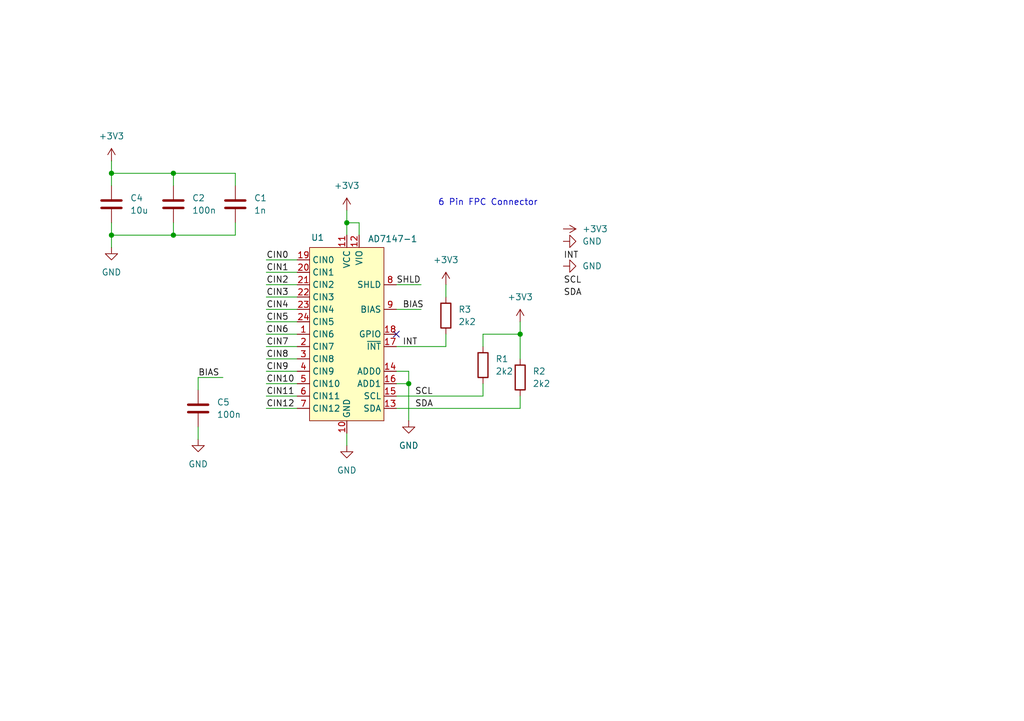
<source format=kicad_sch>
(kicad_sch (version 20231120) (generator "eeschema") (generator_version "8.0")
  (paper "A5")
  (lib_symbols
    (symbol "Device:C" (pin_numbers hide) (pin_names (offset 0.254))
      (property "Reference" "C" (at 0.635 2.54 0))
      (property "Value" "C" (at 0.635 -2.54 0))
      (symbol "C_0_1"
        (polyline (pts (xy -2.032 -0.762) (xy 2.032 -0.762)) (stroke (width 0.508)))
        (polyline (pts (xy -2.032 0.762) (xy 2.032 0.762)) (stroke (width 0.508)))
      )
      (symbol "C_1_1"
        (pin passive line (at 0 3.81 270) (length 2.794) (name "~") (number "1"))
        (pin passive line (at 0 -3.81 90) (length 2.794) (name "~") (number "2"))
      )
    )
    (symbol "Device:R" (pin_numbers hide) (pin_names (offset 0))
      (property "Reference" "R" (at 2.032 0 90))
      (property "Value" "R" (at 0 0 90))
      (symbol "R_0_1"
        (rectangle (start -1.016 -2.54) (end 1.016 2.54) (stroke (width 0.254)))
      )
      (symbol "R_1_1"
        (pin passive line (at 0 3.81 270) (length 1.27) (name "~") (number "1"))
        (pin passive line (at 0 -3.81 90) (length 1.27) (name "~") (number "2"))
      )
    )
    (symbol "User_Symbols:AD7147-1"
      (property "Reference" "U" (at -1.27 1.27 0))
      (property "Value" "AD7147-1" (at 22.86 1.27 0))
      (symbol "AD7147-1_1_1"
        (rectangle (start 0 0) (end 15.24 -35.56) (fill (type background)))
        (pin input line (at -2.54 -17.78 0) (length 2.54) (name "CIN6") (number "1"))
        (pin power_in line (at 7.62 -38.1 90) (length 2.54) (name "GND") (number "10"))
        (pin passive line (at 7.62 2.54 270) (length 2.54) (name "VCC") (number "11"))
        (pin passive line (at 10.16 2.54 270) (length 2.54) (name "VIO") (number "12"))
        (pin passive line (at 17.78 -33.02 180) (length 2.54) (name "SDA") (number "13"))
        (pin passive line (at 17.78 -25.4 180) (length 2.54) (name "ADD0") (number "14"))
        (pin passive line (at 17.78 -30.48 180) (length 2.54) (name "SCL") (number "15"))
        (pin passive line (at 17.78 -27.94 180) (length 2.54) (name "ADD1") (number "16"))
        (pin passive line (at 17.78 -20.32 180) (length 2.54) (name "~{INT}") (number "17"))
        (pin passive line (at 17.78 -17.78 180) (length 2.54) (name "GPIO") (number "18"))
        (pin input line (at -2.54 -2.54 0) (length 2.54) (name "CIN0") (number "19"))
        (pin input line (at -2.54 -20.32 0) (length 2.54) (name "CIN7") (number "2"))
        (pin input line (at -2.54 -5.08 0) (length 2.54) (name "CIN1") (number "20"))
        (pin input line (at -2.54 -7.62 0) (length 2.54) (name "CIN2") (number "21"))
        (pin input line (at -2.54 -10.16 0) (length 2.54) (name "CIN3") (number "22"))
        (pin input line (at -2.54 -12.7 0) (length 2.54) (name "CIN4") (number "23"))
        (pin input line (at -2.54 -15.24 0) (length 2.54) (name "CIN5") (number "24"))
        (pin input line (at -2.54 -22.86 0) (length 2.54) (name "CIN8") (number "3"))
        (pin input line (at -2.54 -25.4 0) (length 2.54) (name "CIN9") (number "4"))
        (pin input line (at -2.54 -27.94 0) (length 2.54) (name "CIN10") (number "5"))
        (pin input line (at -2.54 -30.48 0) (length 2.54) (name "CIN11") (number "6"))
        (pin input line (at -2.54 -33.02 0) (length 2.54) (name "CIN12") (number "7"))
        (pin passive line (at 17.78 -7.62 180) (length 2.54) (name "SHLD") (number "8"))
        (pin input line (at 17.78 -12.7 180) (length 2.54) (name "BIAS") (number "9"))
      )
    )
    (symbol "power:+3V3" (power) (pin_numbers hide) (pin_names (offset 0) hide)
      (property "Value" "+3V3" (at 0 3.556 0))
      (symbol "+3V3_0_1"
        (polyline (pts (xy -0.762 1.27) (xy 0 2.54)))
        (polyline (pts (xy 0 0) (xy 0 2.54)))
        (polyline (pts (xy 0 2.54) (xy 0.762 1.27)))
      )
      (symbol "+3V3_1_1"
        (pin power_in line (at 0 0 90) (length 0) (name "~") (number "1"))
      )
    )
    (symbol "power:GND" (power) (pin_numbers hide) (pin_names (offset 0) hide)
      (property "Value" "GND" (at 0 -3.81 0))
      (symbol "GND_0_1"
        (polyline (pts (xy 0 0) (xy 0 -1.27) (xy 1.27 -1.27) (xy 0 -2.54) (xy -1.27 -1.27) (xy 0 -1.27)))
      )
      (symbol "GND_1_1"
        (pin power_in line (at 0 0 270) (length 0) (name "~") (number "1"))
      )
    )
  )
  (junction (at 71.12 45.72))
  (junction (at 106.68 68.58))
  (junction (at 35.56 48.26))
  (junction (at 22.86 35.56))
  (junction (at 83.82 78.74))
  (junction (at 35.56 35.56))
  (junction (at 22.86 48.26))
  (no_connect (at 81.28 68.58))
  (wire (pts (xy 106.68 68.58) (xy 106.68 73.66)))
  (wire (pts (xy 71.12 88.9) (xy 71.12 91.44)))
  (wire (pts (xy 71.12 45.72) (xy 71.12 48.26)))
  (wire (pts (xy 54.61 55.88) (xy 60.96 55.88)))
  (wire (pts (xy 81.28 78.74) (xy 83.82 78.74)))
  (wire (pts (xy 22.86 48.26) (xy 22.86 50.8)))
  (wire (pts (xy 54.61 73.66) (xy 60.96 73.66)))
  (wire (pts (xy 81.28 81.28) (xy 99.06 81.28)))
  (wire (pts (xy 73.66 45.72) (xy 73.66 48.26)))
  (wire (pts (xy 106.68 66.04) (xy 106.68 68.58)))
  (wire (pts (xy 48.26 48.26) (xy 48.26 45.72)))
  (wire (pts (xy 81.28 58.42) (xy 86.36 58.42)))
  (wire (pts (xy 40.64 77.47) (xy 45.72 77.47)))
  (wire (pts (xy 81.28 63.5) (xy 86.36 63.5)))
  (wire (pts (xy 83.82 78.74) (xy 83.82 76.2)))
  (wire (pts (xy 54.61 60.96) (xy 60.96 60.96)))
  (wire (pts (xy 35.56 45.72) (xy 35.56 48.26)))
  (wire (pts (xy 40.64 80.01) (xy 40.64 77.47)))
  (wire (pts (xy 54.61 71.12) (xy 60.96 71.12)))
  (wire (pts (xy 91.44 68.58) (xy 91.44 71.12)))
  (wire (pts (xy 40.64 87.63) (xy 40.64 90.17)))
  (wire (pts (xy 22.86 48.26) (xy 35.56 48.26)))
  (wire (pts (xy 54.61 83.82) (xy 60.96 83.82)))
  (wire (pts (xy 106.68 81.28) (xy 106.68 83.82)))
  (wire (pts (xy 54.61 63.5) (xy 60.96 63.5)))
  (wire (pts (xy 54.61 58.42) (xy 60.96 58.42)))
  (wire (pts (xy 22.86 33.02) (xy 22.86 35.56)))
  (wire (pts (xy 83.82 78.74) (xy 83.82 86.36)))
  (wire (pts (xy 71.12 45.72) (xy 73.66 45.72)))
  (wire (pts (xy 81.28 76.2) (xy 83.82 76.2)))
  (wire (pts (xy 54.61 76.2) (xy 60.96 76.2)))
  (wire (pts (xy 99.06 78.74) (xy 99.06 81.28)))
  (wire (pts (xy 22.86 45.72) (xy 22.86 48.26)))
  (wire (pts (xy 54.61 53.34) (xy 60.96 53.34)))
  (wire (pts (xy 48.26 35.56) (xy 48.26 38.1)))
  (wire (pts (xy 22.86 35.56) (xy 35.56 35.56)))
  (wire (pts (xy 54.61 81.28) (xy 60.96 81.28)))
  (wire (pts (xy 91.44 58.42) (xy 91.44 60.96)))
  (wire (pts (xy 35.56 35.56) (xy 48.26 35.56)))
  (wire (pts (xy 54.61 66.04) (xy 60.96 66.04)))
  (wire (pts (xy 35.56 35.56) (xy 35.56 38.1)))
  (wire (pts (xy 54.61 78.74) (xy 60.96 78.74)))
  (wire (pts (xy 71.12 43.18) (xy 71.12 45.72)))
  (wire (pts (xy 81.28 71.12) (xy 91.44 71.12)))
  (wire (pts (xy 54.61 68.58) (xy 60.96 68.58)))
  (wire (pts (xy 22.86 38.1) (xy 22.86 35.56)))
  (wire (pts (xy 35.56 48.26) (xy 48.26 48.26)))
  (wire (pts (xy 99.06 68.58) (xy 106.68 68.58)))
  (wire (pts (xy 81.28 83.82) (xy 106.68 83.82)))
  (wire (pts (xy 99.06 71.12) (xy 99.06 68.58)))
  (text "6 Pin FPC Connector" (at 100.076 41.656 0) (effects (font (size 1.27 1.27))))
  (label "SCL" (at 115.57 58.42 0))
  (label "CIN7" (at 54.61 71.12 0))
  (label "CIN9" (at 54.61 76.2 0))
  (label "SDA" (at 85.09 83.82 0))
  (label "CIN6" (at 54.61 68.58 0))
  (label "CIN5" (at 54.61 66.04 0))
  (label "BIAS" (at 82.55 63.5 0))
  (label "CIN3" (at 54.61 60.96 0))
  (label "CIN0" (at 54.61 53.34 0))
  (label "INT" (at 115.57 53.34 0))
  (label "SHLD" (at 81.28 58.42 0))
  (label "CIN11" (at 54.61 81.28 0))
  (label "SDA" (at 115.57 60.96 0))
  (label "CIN10" (at 54.61 78.74 0))
  (label "CIN2" (at 54.61 58.42 0))
  (label "CIN8" (at 54.61 73.66 0))
  (label "CIN4" (at 54.61 63.5 0))
  (label "CIN1" (at 54.61 55.88 0))
  (label "SCL" (at 85.09 81.28 0))
  (label "INT" (at 82.55 71.12 0))
  (label "BIAS" (at 40.64 77.47 0))
  (label "CIN12" (at 54.61 83.82 0))
  (symbol (lib_id "power:+3V3") (at 22.86 33.02 0) (unit 1)
    (property "Reference" "#PWR05" (effects (hide yes)))
    (property "Value" "+3V3" (at 22.86 27.94 0))
    (property "Description" "Power symbol creates a global label with name \"+3V3\"" (effects (hide yes)))
  )
  (symbol (lib_id "power:GND") (at 83.82 86.36 0) (unit 1)
    (property "Reference" "#PWR06" (effects (hide yes)))
    (property "Value" "GND" (at 83.82 91.44 0))
    (property "Description" "Power symbol creates a global label with name \"GND\" , ground" (effects (hide yes)))
  )
  (symbol (lib_id "Device:R") (at 91.44 64.77 0) (unit 1)
    (property "Reference" "R3" (at 93.98 63.4999 0) (effects (justify left)))
    (property "Value" "2k2" (at 93.98 66.0399 0) (effects (justify left)))
    (property "Footprint" "Resistor_SMD:R_0402_1005Metric" (effects (hide yes)))
    (property "Description" "Resistor" (effects (hide yes)))
    (property "LCSC" "C25879" (effects (hide yes)))
  )
  (symbol (lib_id "power:GND") (at 115.57 49.53 90) (unit 1)
    (property "Reference" "#PWR08" (effects (hide yes)))
    (property "Value" "GND" (at 119.38 49.5299 90) (effects (justify right)))
    (property "Description" "Power symbol creates a global label with name \"GND\" , ground" (effects (hide yes)))
  )
  (symbol (lib_id "Device:C") (at 35.56 41.91 0) (unit 1)
    (property "Reference" "C2" (at 39.37 40.6399 0) (effects (justify left)))
    (property "Value" "100n" (at 39.37 43.1799 0) (effects (justify left)))
    (property "Footprint" "Capacitor_SMD:C_0402_1005Metric" (effects (hide yes)))
    (property "Description" "Unpolarized capacitor" (effects (hide yes)))
    (property "LCSC" "C1525" (effects (hide yes)))
  )
  (symbol (lib_id "Device:C") (at 40.64 83.82 0) (unit 1)
    (property "Reference" "C5" (at 44.45 82.5499 0) (effects (justify left)))
    (property "Value" "100n" (at 44.45 85.0899 0) (effects (justify left)))
    (property "Footprint" "Capacitor_SMD:C_0402_1005Metric" (effects (hide yes)))
    (property "Description" "Unpolarized capacitor" (effects (hide yes)))
    (property "LCSC" "C1525" (effects (hide yes)))
  )
  (symbol (lib_id "Device:R") (at 99.06 74.93 0) (unit 1)
    (property "Reference" "R1" (at 101.6 73.6599 0) (effects (justify left)))
    (property "Value" "2k2" (at 101.6 76.1999 0) (effects (justify left)))
    (property "Footprint" "Resistor_SMD:R_0402_1005Metric" (effects (hide yes)))
    (property "Description" "Resistor" (effects (hide yes)))
    (property "LCSC" "C25879" (effects (hide yes)))
  )
  (symbol (lib_id "power:GND") (at 22.86 50.8 0) (unit 1)
    (property "Reference" "#PWR04" (effects (hide yes)))
    (property "Value" "GND" (at 22.86 55.88 0))
    (property "Description" "Power symbol creates a global label with name \"GND\" , ground" (effects (hide yes)))
  )
  (symbol (lib_id "power:GND") (at 115.57 54.61 90) (unit 1)
    (property "Reference" "#PWR011" (effects (hide yes)))
    (property "Value" "GND" (at 119.38 54.6099 90) (effects (justify right)))
    (property "Description" "Power symbol creates a global label with name \"GND\" , ground" (effects (hide yes)))
  )
  (symbol (lib_id "power:+3V3") (at 71.12 43.18 0) (unit 1)
    (property "Reference" "#PWR02" (effects (hide yes)))
    (property "Value" "+3V3" (at 71.12 38.1 0))
    (property "Description" "Power symbol creates a global label with name \"+3V3\"" (effects (hide yes)))
  )
  (symbol (lib_id "power:+3V3") (at 115.57 46.99 270) (unit 1)
    (property "Reference" "#PWR07" (effects (hide yes)))
    (property "Value" "+3V3" (at 119.38 46.9899 90) (effects (justify left)))
    (property "Description" "Power symbol creates a global label with name \"+3V3\"" (effects (hide yes)))
  )
  (symbol (lib_id "power:+3V3") (at 91.44 58.42 0) (unit 1)
    (property "Reference" "#PWR010" (effects (hide yes)))
    (property "Value" "+3V3" (at 91.44 53.34 0))
    (property "Description" "Power symbol creates a global label with name \"+3V3\"" (effects (hide yes)))
  )
  (symbol (lib_id "Device:C") (at 48.26 41.91 0) (unit 1)
    (property "Reference" "C1" (at 52.07 40.6399 0) (effects (justify left)))
    (property "Value" "1n" (at 52.07 43.1799 0) (effects (justify left)))
    (property "Footprint" "Capacitor_SMD:C_0402_1005Metric" (effects (hide yes)))
    (property "Description" "Unpolarized capacitor" (effects (hide yes)))
    (property "LCSC" "C1523" (effects (hide yes)))
  )
  (symbol (lib_id "Device:R") (at 106.68 77.47 0) (unit 1)
    (property "Reference" "R2" (at 109.22 76.1999 0) (effects (justify left)))
    (property "Value" "2k2" (at 109.22 78.7399 0) (effects (justify left)))
    (property "Footprint" "Resistor_SMD:R_0402_1005Metric" (effects (hide yes)))
    (property "Description" "Resistor" (effects (hide yes)))
    (property "LCSC" "C25879" (effects (hide yes)))
  )
  (symbol (lib_id "User_Symbols:AD7147-1") (at 63.5 50.8 0) (unit 1)
    (property "Reference" "U1" (at 63.754 48.768 0) (effects (justify left)))
    (property "Value" "AD7147-1" (at 75.438 49.022 0) (effects (justify left)))
    (property "Footprint" "Package_CSP:LFCSP-24-1EP_4x4mm_P0.5mm_EP2.3x2.3mm" (effects (hide yes)))
    (property "Datasheet" "https://www.analog.com/media/en/technical-documentation/data-sheets/AD7147.pdf" (effects (hide yes)))
    (property "Description" "Capacitance to digital converter" (effects (hide yes)))
  )
  (symbol (lib_id "power:+3V3") (at 106.68 66.04 0) (unit 1)
    (property "Reference" "#PWR09" (effects (hide yes)))
    (property "Value" "+3V3" (at 106.68 60.96 0))
    (property "Description" "Power symbol creates a global label with name \"+3V3\"" (effects (hide yes)))
  )
  (symbol (lib_id "power:GND") (at 71.12 91.44 0) (unit 1)
    (property "Reference" "#PWR01" (effects (hide yes)))
    (property "Value" "GND" (at 71.12 96.52 0))
    (property "Description" "Power symbol creates a global label with name \"GND\" , ground" (effects (hide yes)))
  )
  (symbol (lib_id "power:GND") (at 40.64 90.17 0) (unit 1)
    (property "Reference" "#PWR03" (effects (hide yes)))
    (property "Value" "GND" (at 40.64 95.25 0))
    (property "Description" "Power symbol creates a global label with name \"GND\" , ground" (effects (hide yes)))
  )
  (symbol (lib_id "Device:C") (at 22.86 41.91 0) (unit 1)
    (property "Reference" "C4" (at 26.67 40.6399 0) (effects (justify left)))
    (property "Value" "10u" (at 26.67 43.1799 0) (effects (justify left)))
    (property "Footprint" "Capacitor_SMD:C_0603_1608Metric" (effects (hide yes)))
    (property "Description" "Unpolarized capacitor" (effects (hide yes)))
    (property "LCSC" "C19702" (effects (hide yes)))
  )
)
</source>
